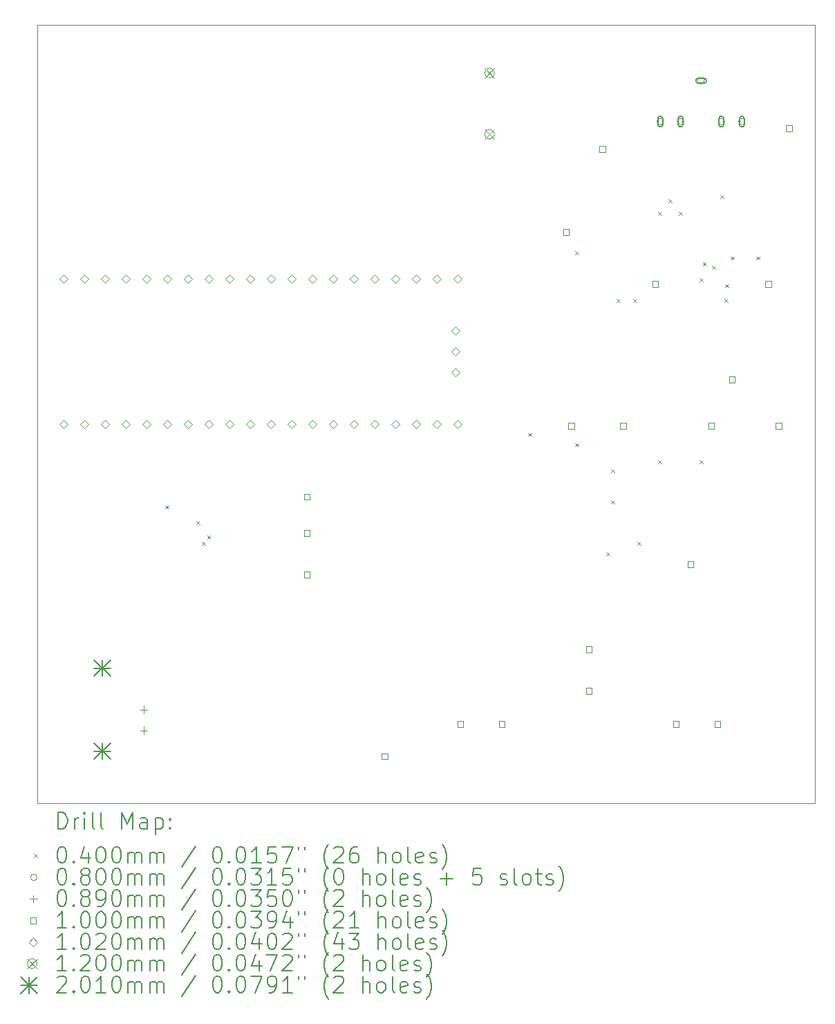
<source format=gbr>
%FSLAX45Y45*%
G04 Gerber Fmt 4.5, Leading zero omitted, Abs format (unit mm)*
G04 Created by KiCad (PCBNEW (6.0.4-0)) date 2022-04-29 09:39:13*
%MOMM*%
%LPD*%
G01*
G04 APERTURE LIST*
%TA.AperFunction,Profile*%
%ADD10C,0.100000*%
%TD*%
%ADD11C,0.200000*%
%ADD12C,0.040000*%
%ADD13C,0.080000*%
%ADD14C,0.089000*%
%ADD15C,0.100000*%
%ADD16C,0.102000*%
%ADD17C,0.120000*%
%ADD18C,0.201000*%
G04 APERTURE END LIST*
D10*
X14605000Y-4445000D02*
X14605000Y-13970000D01*
X5080000Y-13970000D02*
X5080000Y-4445000D01*
X5080000Y-4445000D02*
X14605000Y-4445000D01*
X14605000Y-13970000D02*
X5080000Y-13970000D01*
D11*
D12*
X6647500Y-10330500D02*
X6687500Y-10370500D01*
X6687500Y-10330500D02*
X6647500Y-10370500D01*
X7028500Y-10521000D02*
X7068500Y-10561000D01*
X7068500Y-10521000D02*
X7028500Y-10561000D01*
X7092000Y-10775000D02*
X7132000Y-10815000D01*
X7132000Y-10775000D02*
X7092000Y-10815000D01*
X7157880Y-10699834D02*
X7197880Y-10739834D01*
X7197880Y-10699834D02*
X7157880Y-10739834D01*
X11092500Y-9441500D02*
X11132500Y-9481500D01*
X11132500Y-9441500D02*
X11092500Y-9481500D01*
X11664000Y-7219000D02*
X11704000Y-7259000D01*
X11704000Y-7219000D02*
X11664000Y-7259000D01*
X11664000Y-9568500D02*
X11704000Y-9608500D01*
X11704000Y-9568500D02*
X11664000Y-9608500D01*
X12045000Y-10902000D02*
X12085000Y-10942000D01*
X12085000Y-10902000D02*
X12045000Y-10942000D01*
X12108500Y-9886000D02*
X12148500Y-9926000D01*
X12148500Y-9886000D02*
X12108500Y-9926000D01*
X12108500Y-10267000D02*
X12148500Y-10307000D01*
X12148500Y-10267000D02*
X12108500Y-10307000D01*
X12172000Y-7803200D02*
X12212000Y-7843200D01*
X12212000Y-7803200D02*
X12172000Y-7843200D01*
X12375200Y-7803200D02*
X12415200Y-7843200D01*
X12415200Y-7803200D02*
X12375200Y-7843200D01*
X12426000Y-10775000D02*
X12466000Y-10815000D01*
X12466000Y-10775000D02*
X12426000Y-10815000D01*
X12680000Y-6738402D02*
X12720000Y-6778402D01*
X12720000Y-6738402D02*
X12680000Y-6778402D01*
X12680000Y-9777750D02*
X12720000Y-9817750D01*
X12720000Y-9777750D02*
X12680000Y-9817750D01*
X12807000Y-6584000D02*
X12847000Y-6624000D01*
X12847000Y-6584000D02*
X12807000Y-6624000D01*
X12934000Y-6738402D02*
X12974000Y-6778402D01*
X12974000Y-6738402D02*
X12934000Y-6778402D01*
X13188000Y-7549200D02*
X13228000Y-7589200D01*
X13228000Y-7549200D02*
X13188000Y-7589200D01*
X13188000Y-9777750D02*
X13228000Y-9817750D01*
X13228000Y-9777750D02*
X13188000Y-9817750D01*
X13229533Y-7355266D02*
X13269533Y-7395266D01*
X13269533Y-7355266D02*
X13229533Y-7395266D01*
X13340400Y-7396800D02*
X13380400Y-7436800D01*
X13380400Y-7396800D02*
X13340400Y-7436800D01*
X13442000Y-6533200D02*
X13482000Y-6573200D01*
X13482000Y-6533200D02*
X13442000Y-6573200D01*
X13492800Y-7803200D02*
X13532800Y-7843200D01*
X13532800Y-7803200D02*
X13492800Y-7843200D01*
X13506908Y-7619252D02*
X13546908Y-7659252D01*
X13546908Y-7619252D02*
X13506908Y-7659252D01*
X13569000Y-7282500D02*
X13609000Y-7322500D01*
X13609000Y-7282500D02*
X13569000Y-7322500D01*
X13886500Y-7282500D02*
X13926500Y-7322500D01*
X13926500Y-7282500D02*
X13886500Y-7322500D01*
D13*
X12748000Y-5630800D02*
G75*
G03*
X12748000Y-5630800I-40000J0D01*
G01*
D11*
X12678000Y-5595800D02*
X12678000Y-5665800D01*
X12738000Y-5595800D02*
X12738000Y-5665800D01*
X12678000Y-5665800D02*
G75*
G03*
X12738000Y-5665800I30000J0D01*
G01*
X12738000Y-5595800D02*
G75*
G03*
X12678000Y-5595800I-30000J0D01*
G01*
D13*
X12998000Y-5630800D02*
G75*
G03*
X12998000Y-5630800I-40000J0D01*
G01*
D11*
X12928000Y-5595800D02*
X12928000Y-5665800D01*
X12988000Y-5595800D02*
X12988000Y-5665800D01*
X12928000Y-5665800D02*
G75*
G03*
X12988000Y-5665800I30000J0D01*
G01*
X12988000Y-5595800D02*
G75*
G03*
X12928000Y-5595800I-30000J0D01*
G01*
D13*
X13248000Y-5130800D02*
G75*
G03*
X13248000Y-5130800I-40000J0D01*
G01*
D11*
X13243000Y-5100800D02*
X13173000Y-5100800D01*
X13243000Y-5160800D02*
X13173000Y-5160800D01*
X13173000Y-5100800D02*
G75*
G03*
X13173000Y-5160800I0J-30000D01*
G01*
X13243000Y-5160800D02*
G75*
G03*
X13243000Y-5100800I0J30000D01*
G01*
D13*
X13498000Y-5630800D02*
G75*
G03*
X13498000Y-5630800I-40000J0D01*
G01*
D11*
X13428000Y-5595800D02*
X13428000Y-5665800D01*
X13488000Y-5595800D02*
X13488000Y-5665800D01*
X13428000Y-5665800D02*
G75*
G03*
X13488000Y-5665800I30000J0D01*
G01*
X13488000Y-5595800D02*
G75*
G03*
X13428000Y-5595800I-30000J0D01*
G01*
D13*
X13748000Y-5630800D02*
G75*
G03*
X13748000Y-5630800I-40000J0D01*
G01*
D11*
X13678000Y-5595800D02*
X13678000Y-5665800D01*
X13738000Y-5595800D02*
X13738000Y-5665800D01*
X13678000Y-5665800D02*
G75*
G03*
X13738000Y-5665800I30000J0D01*
G01*
X13738000Y-5595800D02*
G75*
G03*
X13678000Y-5595800I-30000J0D01*
G01*
D14*
X6381000Y-12782500D02*
X6381000Y-12871500D01*
X6336500Y-12827000D02*
X6425500Y-12827000D01*
X6381000Y-13036500D02*
X6381000Y-13125500D01*
X6336500Y-13081000D02*
X6425500Y-13081000D01*
D15*
X8417356Y-10258856D02*
X8417356Y-10188144D01*
X8346644Y-10188144D01*
X8346644Y-10258856D01*
X8417356Y-10258856D01*
X8417356Y-10703356D02*
X8417356Y-10632644D01*
X8346644Y-10632644D01*
X8346644Y-10703356D01*
X8417356Y-10703356D01*
X8417356Y-11211356D02*
X8417356Y-11140644D01*
X8346644Y-11140644D01*
X8346644Y-11211356D01*
X8417356Y-11211356D01*
X9369856Y-13433856D02*
X9369856Y-13363144D01*
X9299144Y-13363144D01*
X9299144Y-13433856D01*
X9369856Y-13433856D01*
X10296956Y-13040156D02*
X10296956Y-12969444D01*
X10226244Y-12969444D01*
X10226244Y-13040156D01*
X10296956Y-13040156D01*
X10804956Y-13040156D02*
X10804956Y-12969444D01*
X10734244Y-12969444D01*
X10734244Y-13040156D01*
X10804956Y-13040156D01*
X11592356Y-7020356D02*
X11592356Y-6949644D01*
X11521644Y-6949644D01*
X11521644Y-7020356D01*
X11592356Y-7020356D01*
X11655856Y-9388606D02*
X11655856Y-9317894D01*
X11585144Y-9317894D01*
X11585144Y-9388606D01*
X11655856Y-9388606D01*
X11871756Y-12125756D02*
X11871756Y-12055044D01*
X11801044Y-12055044D01*
X11801044Y-12125756D01*
X11871756Y-12125756D01*
X11871756Y-12633756D02*
X11871756Y-12563044D01*
X11801044Y-12563044D01*
X11801044Y-12633756D01*
X11871756Y-12633756D01*
X12036856Y-6004356D02*
X12036856Y-5933644D01*
X11966144Y-5933644D01*
X11966144Y-6004356D01*
X12036856Y-6004356D01*
X12290856Y-9388606D02*
X12290856Y-9317894D01*
X12220144Y-9317894D01*
X12220144Y-9388606D01*
X12290856Y-9388606D01*
X12684556Y-7655356D02*
X12684556Y-7584644D01*
X12613844Y-7584644D01*
X12613844Y-7655356D01*
X12684556Y-7655356D01*
X12938556Y-13040156D02*
X12938556Y-12969444D01*
X12867844Y-12969444D01*
X12867844Y-13040156D01*
X12938556Y-13040156D01*
X13116356Y-11084356D02*
X13116356Y-11013644D01*
X13045644Y-11013644D01*
X13045644Y-11084356D01*
X13116356Y-11084356D01*
X13370356Y-9388606D02*
X13370356Y-9317894D01*
X13299644Y-9317894D01*
X13299644Y-9388606D01*
X13370356Y-9388606D01*
X13446556Y-13040156D02*
X13446556Y-12969444D01*
X13375844Y-12969444D01*
X13375844Y-13040156D01*
X13446556Y-13040156D01*
X13624356Y-8823756D02*
X13624356Y-8753044D01*
X13553644Y-8753044D01*
X13553644Y-8823756D01*
X13624356Y-8823756D01*
X14068856Y-7655356D02*
X14068856Y-7584644D01*
X13998144Y-7584644D01*
X13998144Y-7655356D01*
X14068856Y-7655356D01*
X14195856Y-9388606D02*
X14195856Y-9317894D01*
X14125144Y-9317894D01*
X14125144Y-9388606D01*
X14195856Y-9388606D01*
X14322856Y-5750356D02*
X14322856Y-5679644D01*
X14252144Y-5679644D01*
X14252144Y-5750356D01*
X14322856Y-5750356D01*
D16*
X5397500Y-7607500D02*
X5448500Y-7556500D01*
X5397500Y-7505500D01*
X5346500Y-7556500D01*
X5397500Y-7607500D01*
X5397500Y-9385500D02*
X5448500Y-9334500D01*
X5397500Y-9283500D01*
X5346500Y-9334500D01*
X5397500Y-9385500D01*
X5651500Y-7607500D02*
X5702500Y-7556500D01*
X5651500Y-7505500D01*
X5600500Y-7556500D01*
X5651500Y-7607500D01*
X5651500Y-9385500D02*
X5702500Y-9334500D01*
X5651500Y-9283500D01*
X5600500Y-9334500D01*
X5651500Y-9385500D01*
X5905500Y-7607500D02*
X5956500Y-7556500D01*
X5905500Y-7505500D01*
X5854500Y-7556500D01*
X5905500Y-7607500D01*
X5905500Y-9385500D02*
X5956500Y-9334500D01*
X5905500Y-9283500D01*
X5854500Y-9334500D01*
X5905500Y-9385500D01*
X6159500Y-7607500D02*
X6210500Y-7556500D01*
X6159500Y-7505500D01*
X6108500Y-7556500D01*
X6159500Y-7607500D01*
X6159500Y-9385500D02*
X6210500Y-9334500D01*
X6159500Y-9283500D01*
X6108500Y-9334500D01*
X6159500Y-9385500D01*
X6413500Y-7607500D02*
X6464500Y-7556500D01*
X6413500Y-7505500D01*
X6362500Y-7556500D01*
X6413500Y-7607500D01*
X6413500Y-9385500D02*
X6464500Y-9334500D01*
X6413500Y-9283500D01*
X6362500Y-9334500D01*
X6413500Y-9385500D01*
X6667500Y-7607500D02*
X6718500Y-7556500D01*
X6667500Y-7505500D01*
X6616500Y-7556500D01*
X6667500Y-7607500D01*
X6667500Y-9385500D02*
X6718500Y-9334500D01*
X6667500Y-9283500D01*
X6616500Y-9334500D01*
X6667500Y-9385500D01*
X6921500Y-7607500D02*
X6972500Y-7556500D01*
X6921500Y-7505500D01*
X6870500Y-7556500D01*
X6921500Y-7607500D01*
X6921500Y-9385500D02*
X6972500Y-9334500D01*
X6921500Y-9283500D01*
X6870500Y-9334500D01*
X6921500Y-9385500D01*
X7175500Y-7607500D02*
X7226500Y-7556500D01*
X7175500Y-7505500D01*
X7124500Y-7556500D01*
X7175500Y-7607500D01*
X7175500Y-9385500D02*
X7226500Y-9334500D01*
X7175500Y-9283500D01*
X7124500Y-9334500D01*
X7175500Y-9385500D01*
X7429500Y-7607500D02*
X7480500Y-7556500D01*
X7429500Y-7505500D01*
X7378500Y-7556500D01*
X7429500Y-7607500D01*
X7429500Y-9385500D02*
X7480500Y-9334500D01*
X7429500Y-9283500D01*
X7378500Y-9334500D01*
X7429500Y-9385500D01*
X7683500Y-7607500D02*
X7734500Y-7556500D01*
X7683500Y-7505500D01*
X7632500Y-7556500D01*
X7683500Y-7607500D01*
X7683500Y-9385500D02*
X7734500Y-9334500D01*
X7683500Y-9283500D01*
X7632500Y-9334500D01*
X7683500Y-9385500D01*
X7937500Y-7607500D02*
X7988500Y-7556500D01*
X7937500Y-7505500D01*
X7886500Y-7556500D01*
X7937500Y-7607500D01*
X7937500Y-9385500D02*
X7988500Y-9334500D01*
X7937500Y-9283500D01*
X7886500Y-9334500D01*
X7937500Y-9385500D01*
X8191500Y-7607500D02*
X8242500Y-7556500D01*
X8191500Y-7505500D01*
X8140500Y-7556500D01*
X8191500Y-7607500D01*
X8191500Y-9385500D02*
X8242500Y-9334500D01*
X8191500Y-9283500D01*
X8140500Y-9334500D01*
X8191500Y-9385500D01*
X8445500Y-7607500D02*
X8496500Y-7556500D01*
X8445500Y-7505500D01*
X8394500Y-7556500D01*
X8445500Y-7607500D01*
X8445500Y-9385500D02*
X8496500Y-9334500D01*
X8445500Y-9283500D01*
X8394500Y-9334500D01*
X8445500Y-9385500D01*
X8699500Y-7607500D02*
X8750500Y-7556500D01*
X8699500Y-7505500D01*
X8648500Y-7556500D01*
X8699500Y-7607500D01*
X8699500Y-9385500D02*
X8750500Y-9334500D01*
X8699500Y-9283500D01*
X8648500Y-9334500D01*
X8699500Y-9385500D01*
X8953500Y-7607500D02*
X9004500Y-7556500D01*
X8953500Y-7505500D01*
X8902500Y-7556500D01*
X8953500Y-7607500D01*
X8953500Y-9385500D02*
X9004500Y-9334500D01*
X8953500Y-9283500D01*
X8902500Y-9334500D01*
X8953500Y-9385500D01*
X9207500Y-7607500D02*
X9258500Y-7556500D01*
X9207500Y-7505500D01*
X9156500Y-7556500D01*
X9207500Y-7607500D01*
X9207500Y-9385500D02*
X9258500Y-9334500D01*
X9207500Y-9283500D01*
X9156500Y-9334500D01*
X9207500Y-9385500D01*
X9461500Y-7607500D02*
X9512500Y-7556500D01*
X9461500Y-7505500D01*
X9410500Y-7556500D01*
X9461500Y-7607500D01*
X9461500Y-9385500D02*
X9512500Y-9334500D01*
X9461500Y-9283500D01*
X9410500Y-9334500D01*
X9461500Y-9385500D01*
X9715500Y-7607500D02*
X9766500Y-7556500D01*
X9715500Y-7505500D01*
X9664500Y-7556500D01*
X9715500Y-7607500D01*
X9715500Y-9385500D02*
X9766500Y-9334500D01*
X9715500Y-9283500D01*
X9664500Y-9334500D01*
X9715500Y-9385500D01*
X9969500Y-7607500D02*
X10020500Y-7556500D01*
X9969500Y-7505500D01*
X9918500Y-7556500D01*
X9969500Y-7607500D01*
X9969500Y-9385500D02*
X10020500Y-9334500D01*
X9969500Y-9283500D01*
X9918500Y-9334500D01*
X9969500Y-9385500D01*
X10200500Y-8242500D02*
X10251500Y-8191500D01*
X10200500Y-8140500D01*
X10149500Y-8191500D01*
X10200500Y-8242500D01*
X10200500Y-8496500D02*
X10251500Y-8445500D01*
X10200500Y-8394500D01*
X10149500Y-8445500D01*
X10200500Y-8496500D01*
X10200500Y-8750500D02*
X10251500Y-8699500D01*
X10200500Y-8648500D01*
X10149500Y-8699500D01*
X10200500Y-8750500D01*
X10223500Y-7607500D02*
X10274500Y-7556500D01*
X10223500Y-7505500D01*
X10172500Y-7556500D01*
X10223500Y-7607500D01*
X10223500Y-9385500D02*
X10274500Y-9334500D01*
X10223500Y-9283500D01*
X10172500Y-9334500D01*
X10223500Y-9385500D01*
D17*
X10557200Y-4976876D02*
X10677200Y-5096876D01*
X10677200Y-4976876D02*
X10557200Y-5096876D01*
X10677200Y-5036876D02*
G75*
G03*
X10677200Y-5036876I-60000J0D01*
G01*
X10557200Y-5726875D02*
X10677200Y-5846875D01*
X10677200Y-5726875D02*
X10557200Y-5846875D01*
X10677200Y-5786875D02*
G75*
G03*
X10677200Y-5786875I-60000J0D01*
G01*
D18*
X5772500Y-12218500D02*
X5973500Y-12419500D01*
X5973500Y-12218500D02*
X5772500Y-12419500D01*
X5873000Y-12218500D02*
X5873000Y-12419500D01*
X5772500Y-12319000D02*
X5973500Y-12319000D01*
X5772500Y-13234500D02*
X5973500Y-13435500D01*
X5973500Y-13234500D02*
X5772500Y-13435500D01*
X5873000Y-13234500D02*
X5873000Y-13435500D01*
X5772500Y-13335000D02*
X5973500Y-13335000D01*
D11*
X5332619Y-14285476D02*
X5332619Y-14085476D01*
X5380238Y-14085476D01*
X5408810Y-14095000D01*
X5427857Y-14114048D01*
X5437381Y-14133095D01*
X5446905Y-14171190D01*
X5446905Y-14199762D01*
X5437381Y-14237857D01*
X5427857Y-14256905D01*
X5408810Y-14275952D01*
X5380238Y-14285476D01*
X5332619Y-14285476D01*
X5532619Y-14285476D02*
X5532619Y-14152143D01*
X5532619Y-14190238D02*
X5542143Y-14171190D01*
X5551667Y-14161667D01*
X5570714Y-14152143D01*
X5589762Y-14152143D01*
X5656428Y-14285476D02*
X5656428Y-14152143D01*
X5656428Y-14085476D02*
X5646905Y-14095000D01*
X5656428Y-14104524D01*
X5665952Y-14095000D01*
X5656428Y-14085476D01*
X5656428Y-14104524D01*
X5780238Y-14285476D02*
X5761190Y-14275952D01*
X5751667Y-14256905D01*
X5751667Y-14085476D01*
X5885000Y-14285476D02*
X5865952Y-14275952D01*
X5856428Y-14256905D01*
X5856428Y-14085476D01*
X6113571Y-14285476D02*
X6113571Y-14085476D01*
X6180238Y-14228333D01*
X6246905Y-14085476D01*
X6246905Y-14285476D01*
X6427857Y-14285476D02*
X6427857Y-14180714D01*
X6418333Y-14161667D01*
X6399286Y-14152143D01*
X6361190Y-14152143D01*
X6342143Y-14161667D01*
X6427857Y-14275952D02*
X6408809Y-14285476D01*
X6361190Y-14285476D01*
X6342143Y-14275952D01*
X6332619Y-14256905D01*
X6332619Y-14237857D01*
X6342143Y-14218809D01*
X6361190Y-14209286D01*
X6408809Y-14209286D01*
X6427857Y-14199762D01*
X6523095Y-14152143D02*
X6523095Y-14352143D01*
X6523095Y-14161667D02*
X6542143Y-14152143D01*
X6580238Y-14152143D01*
X6599286Y-14161667D01*
X6608809Y-14171190D01*
X6618333Y-14190238D01*
X6618333Y-14247381D01*
X6608809Y-14266428D01*
X6599286Y-14275952D01*
X6580238Y-14285476D01*
X6542143Y-14285476D01*
X6523095Y-14275952D01*
X6704048Y-14266428D02*
X6713571Y-14275952D01*
X6704048Y-14285476D01*
X6694524Y-14275952D01*
X6704048Y-14266428D01*
X6704048Y-14285476D01*
X6704048Y-14161667D02*
X6713571Y-14171190D01*
X6704048Y-14180714D01*
X6694524Y-14171190D01*
X6704048Y-14161667D01*
X6704048Y-14180714D01*
D12*
X5035000Y-14595000D02*
X5075000Y-14635000D01*
X5075000Y-14595000D02*
X5035000Y-14635000D01*
D11*
X5370714Y-14505476D02*
X5389762Y-14505476D01*
X5408810Y-14515000D01*
X5418333Y-14524524D01*
X5427857Y-14543571D01*
X5437381Y-14581667D01*
X5437381Y-14629286D01*
X5427857Y-14667381D01*
X5418333Y-14686428D01*
X5408810Y-14695952D01*
X5389762Y-14705476D01*
X5370714Y-14705476D01*
X5351667Y-14695952D01*
X5342143Y-14686428D01*
X5332619Y-14667381D01*
X5323095Y-14629286D01*
X5323095Y-14581667D01*
X5332619Y-14543571D01*
X5342143Y-14524524D01*
X5351667Y-14515000D01*
X5370714Y-14505476D01*
X5523095Y-14686428D02*
X5532619Y-14695952D01*
X5523095Y-14705476D01*
X5513571Y-14695952D01*
X5523095Y-14686428D01*
X5523095Y-14705476D01*
X5704048Y-14572143D02*
X5704048Y-14705476D01*
X5656428Y-14495952D02*
X5608809Y-14638809D01*
X5732619Y-14638809D01*
X5846905Y-14505476D02*
X5865952Y-14505476D01*
X5885000Y-14515000D01*
X5894524Y-14524524D01*
X5904048Y-14543571D01*
X5913571Y-14581667D01*
X5913571Y-14629286D01*
X5904048Y-14667381D01*
X5894524Y-14686428D01*
X5885000Y-14695952D01*
X5865952Y-14705476D01*
X5846905Y-14705476D01*
X5827857Y-14695952D01*
X5818333Y-14686428D01*
X5808809Y-14667381D01*
X5799286Y-14629286D01*
X5799286Y-14581667D01*
X5808809Y-14543571D01*
X5818333Y-14524524D01*
X5827857Y-14515000D01*
X5846905Y-14505476D01*
X6037381Y-14505476D02*
X6056428Y-14505476D01*
X6075476Y-14515000D01*
X6085000Y-14524524D01*
X6094524Y-14543571D01*
X6104048Y-14581667D01*
X6104048Y-14629286D01*
X6094524Y-14667381D01*
X6085000Y-14686428D01*
X6075476Y-14695952D01*
X6056428Y-14705476D01*
X6037381Y-14705476D01*
X6018333Y-14695952D01*
X6008809Y-14686428D01*
X5999286Y-14667381D01*
X5989762Y-14629286D01*
X5989762Y-14581667D01*
X5999286Y-14543571D01*
X6008809Y-14524524D01*
X6018333Y-14515000D01*
X6037381Y-14505476D01*
X6189762Y-14705476D02*
X6189762Y-14572143D01*
X6189762Y-14591190D02*
X6199286Y-14581667D01*
X6218333Y-14572143D01*
X6246905Y-14572143D01*
X6265952Y-14581667D01*
X6275476Y-14600714D01*
X6275476Y-14705476D01*
X6275476Y-14600714D02*
X6285000Y-14581667D01*
X6304048Y-14572143D01*
X6332619Y-14572143D01*
X6351667Y-14581667D01*
X6361190Y-14600714D01*
X6361190Y-14705476D01*
X6456428Y-14705476D02*
X6456428Y-14572143D01*
X6456428Y-14591190D02*
X6465952Y-14581667D01*
X6485000Y-14572143D01*
X6513571Y-14572143D01*
X6532619Y-14581667D01*
X6542143Y-14600714D01*
X6542143Y-14705476D01*
X6542143Y-14600714D02*
X6551667Y-14581667D01*
X6570714Y-14572143D01*
X6599286Y-14572143D01*
X6618333Y-14581667D01*
X6627857Y-14600714D01*
X6627857Y-14705476D01*
X7018333Y-14495952D02*
X6846905Y-14753095D01*
X7275476Y-14505476D02*
X7294524Y-14505476D01*
X7313571Y-14515000D01*
X7323095Y-14524524D01*
X7332619Y-14543571D01*
X7342143Y-14581667D01*
X7342143Y-14629286D01*
X7332619Y-14667381D01*
X7323095Y-14686428D01*
X7313571Y-14695952D01*
X7294524Y-14705476D01*
X7275476Y-14705476D01*
X7256428Y-14695952D01*
X7246905Y-14686428D01*
X7237381Y-14667381D01*
X7227857Y-14629286D01*
X7227857Y-14581667D01*
X7237381Y-14543571D01*
X7246905Y-14524524D01*
X7256428Y-14515000D01*
X7275476Y-14505476D01*
X7427857Y-14686428D02*
X7437381Y-14695952D01*
X7427857Y-14705476D01*
X7418333Y-14695952D01*
X7427857Y-14686428D01*
X7427857Y-14705476D01*
X7561190Y-14505476D02*
X7580238Y-14505476D01*
X7599286Y-14515000D01*
X7608809Y-14524524D01*
X7618333Y-14543571D01*
X7627857Y-14581667D01*
X7627857Y-14629286D01*
X7618333Y-14667381D01*
X7608809Y-14686428D01*
X7599286Y-14695952D01*
X7580238Y-14705476D01*
X7561190Y-14705476D01*
X7542143Y-14695952D01*
X7532619Y-14686428D01*
X7523095Y-14667381D01*
X7513571Y-14629286D01*
X7513571Y-14581667D01*
X7523095Y-14543571D01*
X7532619Y-14524524D01*
X7542143Y-14515000D01*
X7561190Y-14505476D01*
X7818333Y-14705476D02*
X7704048Y-14705476D01*
X7761190Y-14705476D02*
X7761190Y-14505476D01*
X7742143Y-14534048D01*
X7723095Y-14553095D01*
X7704048Y-14562619D01*
X7999286Y-14505476D02*
X7904048Y-14505476D01*
X7894524Y-14600714D01*
X7904048Y-14591190D01*
X7923095Y-14581667D01*
X7970714Y-14581667D01*
X7989762Y-14591190D01*
X7999286Y-14600714D01*
X8008809Y-14619762D01*
X8008809Y-14667381D01*
X7999286Y-14686428D01*
X7989762Y-14695952D01*
X7970714Y-14705476D01*
X7923095Y-14705476D01*
X7904048Y-14695952D01*
X7894524Y-14686428D01*
X8075476Y-14505476D02*
X8208809Y-14505476D01*
X8123095Y-14705476D01*
X8275476Y-14505476D02*
X8275476Y-14543571D01*
X8351667Y-14505476D02*
X8351667Y-14543571D01*
X8646905Y-14781667D02*
X8637381Y-14772143D01*
X8618333Y-14743571D01*
X8608810Y-14724524D01*
X8599286Y-14695952D01*
X8589762Y-14648333D01*
X8589762Y-14610238D01*
X8599286Y-14562619D01*
X8608810Y-14534048D01*
X8618333Y-14515000D01*
X8637381Y-14486428D01*
X8646905Y-14476905D01*
X8713571Y-14524524D02*
X8723095Y-14515000D01*
X8742143Y-14505476D01*
X8789762Y-14505476D01*
X8808810Y-14515000D01*
X8818333Y-14524524D01*
X8827857Y-14543571D01*
X8827857Y-14562619D01*
X8818333Y-14591190D01*
X8704048Y-14705476D01*
X8827857Y-14705476D01*
X8999286Y-14505476D02*
X8961190Y-14505476D01*
X8942143Y-14515000D01*
X8932619Y-14524524D01*
X8913571Y-14553095D01*
X8904048Y-14591190D01*
X8904048Y-14667381D01*
X8913571Y-14686428D01*
X8923095Y-14695952D01*
X8942143Y-14705476D01*
X8980238Y-14705476D01*
X8999286Y-14695952D01*
X9008810Y-14686428D01*
X9018333Y-14667381D01*
X9018333Y-14619762D01*
X9008810Y-14600714D01*
X8999286Y-14591190D01*
X8980238Y-14581667D01*
X8942143Y-14581667D01*
X8923095Y-14591190D01*
X8913571Y-14600714D01*
X8904048Y-14619762D01*
X9256429Y-14705476D02*
X9256429Y-14505476D01*
X9342143Y-14705476D02*
X9342143Y-14600714D01*
X9332619Y-14581667D01*
X9313571Y-14572143D01*
X9285000Y-14572143D01*
X9265952Y-14581667D01*
X9256429Y-14591190D01*
X9465952Y-14705476D02*
X9446905Y-14695952D01*
X9437381Y-14686428D01*
X9427857Y-14667381D01*
X9427857Y-14610238D01*
X9437381Y-14591190D01*
X9446905Y-14581667D01*
X9465952Y-14572143D01*
X9494524Y-14572143D01*
X9513571Y-14581667D01*
X9523095Y-14591190D01*
X9532619Y-14610238D01*
X9532619Y-14667381D01*
X9523095Y-14686428D01*
X9513571Y-14695952D01*
X9494524Y-14705476D01*
X9465952Y-14705476D01*
X9646905Y-14705476D02*
X9627857Y-14695952D01*
X9618333Y-14676905D01*
X9618333Y-14505476D01*
X9799286Y-14695952D02*
X9780238Y-14705476D01*
X9742143Y-14705476D01*
X9723095Y-14695952D01*
X9713571Y-14676905D01*
X9713571Y-14600714D01*
X9723095Y-14581667D01*
X9742143Y-14572143D01*
X9780238Y-14572143D01*
X9799286Y-14581667D01*
X9808810Y-14600714D01*
X9808810Y-14619762D01*
X9713571Y-14638809D01*
X9885000Y-14695952D02*
X9904048Y-14705476D01*
X9942143Y-14705476D01*
X9961190Y-14695952D01*
X9970714Y-14676905D01*
X9970714Y-14667381D01*
X9961190Y-14648333D01*
X9942143Y-14638809D01*
X9913571Y-14638809D01*
X9894524Y-14629286D01*
X9885000Y-14610238D01*
X9885000Y-14600714D01*
X9894524Y-14581667D01*
X9913571Y-14572143D01*
X9942143Y-14572143D01*
X9961190Y-14581667D01*
X10037381Y-14781667D02*
X10046905Y-14772143D01*
X10065952Y-14743571D01*
X10075476Y-14724524D01*
X10085000Y-14695952D01*
X10094524Y-14648333D01*
X10094524Y-14610238D01*
X10085000Y-14562619D01*
X10075476Y-14534048D01*
X10065952Y-14515000D01*
X10046905Y-14486428D01*
X10037381Y-14476905D01*
D13*
X5075000Y-14879000D02*
G75*
G03*
X5075000Y-14879000I-40000J0D01*
G01*
D11*
X5370714Y-14769476D02*
X5389762Y-14769476D01*
X5408810Y-14779000D01*
X5418333Y-14788524D01*
X5427857Y-14807571D01*
X5437381Y-14845667D01*
X5437381Y-14893286D01*
X5427857Y-14931381D01*
X5418333Y-14950428D01*
X5408810Y-14959952D01*
X5389762Y-14969476D01*
X5370714Y-14969476D01*
X5351667Y-14959952D01*
X5342143Y-14950428D01*
X5332619Y-14931381D01*
X5323095Y-14893286D01*
X5323095Y-14845667D01*
X5332619Y-14807571D01*
X5342143Y-14788524D01*
X5351667Y-14779000D01*
X5370714Y-14769476D01*
X5523095Y-14950428D02*
X5532619Y-14959952D01*
X5523095Y-14969476D01*
X5513571Y-14959952D01*
X5523095Y-14950428D01*
X5523095Y-14969476D01*
X5646905Y-14855190D02*
X5627857Y-14845667D01*
X5618333Y-14836143D01*
X5608809Y-14817095D01*
X5608809Y-14807571D01*
X5618333Y-14788524D01*
X5627857Y-14779000D01*
X5646905Y-14769476D01*
X5685000Y-14769476D01*
X5704048Y-14779000D01*
X5713571Y-14788524D01*
X5723095Y-14807571D01*
X5723095Y-14817095D01*
X5713571Y-14836143D01*
X5704048Y-14845667D01*
X5685000Y-14855190D01*
X5646905Y-14855190D01*
X5627857Y-14864714D01*
X5618333Y-14874238D01*
X5608809Y-14893286D01*
X5608809Y-14931381D01*
X5618333Y-14950428D01*
X5627857Y-14959952D01*
X5646905Y-14969476D01*
X5685000Y-14969476D01*
X5704048Y-14959952D01*
X5713571Y-14950428D01*
X5723095Y-14931381D01*
X5723095Y-14893286D01*
X5713571Y-14874238D01*
X5704048Y-14864714D01*
X5685000Y-14855190D01*
X5846905Y-14769476D02*
X5865952Y-14769476D01*
X5885000Y-14779000D01*
X5894524Y-14788524D01*
X5904048Y-14807571D01*
X5913571Y-14845667D01*
X5913571Y-14893286D01*
X5904048Y-14931381D01*
X5894524Y-14950428D01*
X5885000Y-14959952D01*
X5865952Y-14969476D01*
X5846905Y-14969476D01*
X5827857Y-14959952D01*
X5818333Y-14950428D01*
X5808809Y-14931381D01*
X5799286Y-14893286D01*
X5799286Y-14845667D01*
X5808809Y-14807571D01*
X5818333Y-14788524D01*
X5827857Y-14779000D01*
X5846905Y-14769476D01*
X6037381Y-14769476D02*
X6056428Y-14769476D01*
X6075476Y-14779000D01*
X6085000Y-14788524D01*
X6094524Y-14807571D01*
X6104048Y-14845667D01*
X6104048Y-14893286D01*
X6094524Y-14931381D01*
X6085000Y-14950428D01*
X6075476Y-14959952D01*
X6056428Y-14969476D01*
X6037381Y-14969476D01*
X6018333Y-14959952D01*
X6008809Y-14950428D01*
X5999286Y-14931381D01*
X5989762Y-14893286D01*
X5989762Y-14845667D01*
X5999286Y-14807571D01*
X6008809Y-14788524D01*
X6018333Y-14779000D01*
X6037381Y-14769476D01*
X6189762Y-14969476D02*
X6189762Y-14836143D01*
X6189762Y-14855190D02*
X6199286Y-14845667D01*
X6218333Y-14836143D01*
X6246905Y-14836143D01*
X6265952Y-14845667D01*
X6275476Y-14864714D01*
X6275476Y-14969476D01*
X6275476Y-14864714D02*
X6285000Y-14845667D01*
X6304048Y-14836143D01*
X6332619Y-14836143D01*
X6351667Y-14845667D01*
X6361190Y-14864714D01*
X6361190Y-14969476D01*
X6456428Y-14969476D02*
X6456428Y-14836143D01*
X6456428Y-14855190D02*
X6465952Y-14845667D01*
X6485000Y-14836143D01*
X6513571Y-14836143D01*
X6532619Y-14845667D01*
X6542143Y-14864714D01*
X6542143Y-14969476D01*
X6542143Y-14864714D02*
X6551667Y-14845667D01*
X6570714Y-14836143D01*
X6599286Y-14836143D01*
X6618333Y-14845667D01*
X6627857Y-14864714D01*
X6627857Y-14969476D01*
X7018333Y-14759952D02*
X6846905Y-15017095D01*
X7275476Y-14769476D02*
X7294524Y-14769476D01*
X7313571Y-14779000D01*
X7323095Y-14788524D01*
X7332619Y-14807571D01*
X7342143Y-14845667D01*
X7342143Y-14893286D01*
X7332619Y-14931381D01*
X7323095Y-14950428D01*
X7313571Y-14959952D01*
X7294524Y-14969476D01*
X7275476Y-14969476D01*
X7256428Y-14959952D01*
X7246905Y-14950428D01*
X7237381Y-14931381D01*
X7227857Y-14893286D01*
X7227857Y-14845667D01*
X7237381Y-14807571D01*
X7246905Y-14788524D01*
X7256428Y-14779000D01*
X7275476Y-14769476D01*
X7427857Y-14950428D02*
X7437381Y-14959952D01*
X7427857Y-14969476D01*
X7418333Y-14959952D01*
X7427857Y-14950428D01*
X7427857Y-14969476D01*
X7561190Y-14769476D02*
X7580238Y-14769476D01*
X7599286Y-14779000D01*
X7608809Y-14788524D01*
X7618333Y-14807571D01*
X7627857Y-14845667D01*
X7627857Y-14893286D01*
X7618333Y-14931381D01*
X7608809Y-14950428D01*
X7599286Y-14959952D01*
X7580238Y-14969476D01*
X7561190Y-14969476D01*
X7542143Y-14959952D01*
X7532619Y-14950428D01*
X7523095Y-14931381D01*
X7513571Y-14893286D01*
X7513571Y-14845667D01*
X7523095Y-14807571D01*
X7532619Y-14788524D01*
X7542143Y-14779000D01*
X7561190Y-14769476D01*
X7694524Y-14769476D02*
X7818333Y-14769476D01*
X7751667Y-14845667D01*
X7780238Y-14845667D01*
X7799286Y-14855190D01*
X7808809Y-14864714D01*
X7818333Y-14883762D01*
X7818333Y-14931381D01*
X7808809Y-14950428D01*
X7799286Y-14959952D01*
X7780238Y-14969476D01*
X7723095Y-14969476D01*
X7704048Y-14959952D01*
X7694524Y-14950428D01*
X8008809Y-14969476D02*
X7894524Y-14969476D01*
X7951667Y-14969476D02*
X7951667Y-14769476D01*
X7932619Y-14798048D01*
X7913571Y-14817095D01*
X7894524Y-14826619D01*
X8189762Y-14769476D02*
X8094524Y-14769476D01*
X8085000Y-14864714D01*
X8094524Y-14855190D01*
X8113571Y-14845667D01*
X8161190Y-14845667D01*
X8180238Y-14855190D01*
X8189762Y-14864714D01*
X8199286Y-14883762D01*
X8199286Y-14931381D01*
X8189762Y-14950428D01*
X8180238Y-14959952D01*
X8161190Y-14969476D01*
X8113571Y-14969476D01*
X8094524Y-14959952D01*
X8085000Y-14950428D01*
X8275476Y-14769476D02*
X8275476Y-14807571D01*
X8351667Y-14769476D02*
X8351667Y-14807571D01*
X8646905Y-15045667D02*
X8637381Y-15036143D01*
X8618333Y-15007571D01*
X8608810Y-14988524D01*
X8599286Y-14959952D01*
X8589762Y-14912333D01*
X8589762Y-14874238D01*
X8599286Y-14826619D01*
X8608810Y-14798048D01*
X8618333Y-14779000D01*
X8637381Y-14750428D01*
X8646905Y-14740905D01*
X8761190Y-14769476D02*
X8780238Y-14769476D01*
X8799286Y-14779000D01*
X8808810Y-14788524D01*
X8818333Y-14807571D01*
X8827857Y-14845667D01*
X8827857Y-14893286D01*
X8818333Y-14931381D01*
X8808810Y-14950428D01*
X8799286Y-14959952D01*
X8780238Y-14969476D01*
X8761190Y-14969476D01*
X8742143Y-14959952D01*
X8732619Y-14950428D01*
X8723095Y-14931381D01*
X8713571Y-14893286D01*
X8713571Y-14845667D01*
X8723095Y-14807571D01*
X8732619Y-14788524D01*
X8742143Y-14779000D01*
X8761190Y-14769476D01*
X9065952Y-14969476D02*
X9065952Y-14769476D01*
X9151667Y-14969476D02*
X9151667Y-14864714D01*
X9142143Y-14845667D01*
X9123095Y-14836143D01*
X9094524Y-14836143D01*
X9075476Y-14845667D01*
X9065952Y-14855190D01*
X9275476Y-14969476D02*
X9256429Y-14959952D01*
X9246905Y-14950428D01*
X9237381Y-14931381D01*
X9237381Y-14874238D01*
X9246905Y-14855190D01*
X9256429Y-14845667D01*
X9275476Y-14836143D01*
X9304048Y-14836143D01*
X9323095Y-14845667D01*
X9332619Y-14855190D01*
X9342143Y-14874238D01*
X9342143Y-14931381D01*
X9332619Y-14950428D01*
X9323095Y-14959952D01*
X9304048Y-14969476D01*
X9275476Y-14969476D01*
X9456429Y-14969476D02*
X9437381Y-14959952D01*
X9427857Y-14940905D01*
X9427857Y-14769476D01*
X9608810Y-14959952D02*
X9589762Y-14969476D01*
X9551667Y-14969476D01*
X9532619Y-14959952D01*
X9523095Y-14940905D01*
X9523095Y-14864714D01*
X9532619Y-14845667D01*
X9551667Y-14836143D01*
X9589762Y-14836143D01*
X9608810Y-14845667D01*
X9618333Y-14864714D01*
X9618333Y-14883762D01*
X9523095Y-14902809D01*
X9694524Y-14959952D02*
X9713571Y-14969476D01*
X9751667Y-14969476D01*
X9770714Y-14959952D01*
X9780238Y-14940905D01*
X9780238Y-14931381D01*
X9770714Y-14912333D01*
X9751667Y-14902809D01*
X9723095Y-14902809D01*
X9704048Y-14893286D01*
X9694524Y-14874238D01*
X9694524Y-14864714D01*
X9704048Y-14845667D01*
X9723095Y-14836143D01*
X9751667Y-14836143D01*
X9770714Y-14845667D01*
X10018333Y-14893286D02*
X10170714Y-14893286D01*
X10094524Y-14969476D02*
X10094524Y-14817095D01*
X10513571Y-14769476D02*
X10418333Y-14769476D01*
X10408810Y-14864714D01*
X10418333Y-14855190D01*
X10437381Y-14845667D01*
X10485000Y-14845667D01*
X10504048Y-14855190D01*
X10513571Y-14864714D01*
X10523095Y-14883762D01*
X10523095Y-14931381D01*
X10513571Y-14950428D01*
X10504048Y-14959952D01*
X10485000Y-14969476D01*
X10437381Y-14969476D01*
X10418333Y-14959952D01*
X10408810Y-14950428D01*
X10751667Y-14959952D02*
X10770714Y-14969476D01*
X10808810Y-14969476D01*
X10827857Y-14959952D01*
X10837381Y-14940905D01*
X10837381Y-14931381D01*
X10827857Y-14912333D01*
X10808810Y-14902809D01*
X10780238Y-14902809D01*
X10761190Y-14893286D01*
X10751667Y-14874238D01*
X10751667Y-14864714D01*
X10761190Y-14845667D01*
X10780238Y-14836143D01*
X10808810Y-14836143D01*
X10827857Y-14845667D01*
X10951667Y-14969476D02*
X10932619Y-14959952D01*
X10923095Y-14940905D01*
X10923095Y-14769476D01*
X11056429Y-14969476D02*
X11037381Y-14959952D01*
X11027857Y-14950428D01*
X11018333Y-14931381D01*
X11018333Y-14874238D01*
X11027857Y-14855190D01*
X11037381Y-14845667D01*
X11056429Y-14836143D01*
X11085000Y-14836143D01*
X11104048Y-14845667D01*
X11113571Y-14855190D01*
X11123095Y-14874238D01*
X11123095Y-14931381D01*
X11113571Y-14950428D01*
X11104048Y-14959952D01*
X11085000Y-14969476D01*
X11056429Y-14969476D01*
X11180238Y-14836143D02*
X11256428Y-14836143D01*
X11208809Y-14769476D02*
X11208809Y-14940905D01*
X11218333Y-14959952D01*
X11237381Y-14969476D01*
X11256428Y-14969476D01*
X11313571Y-14959952D02*
X11332619Y-14969476D01*
X11370714Y-14969476D01*
X11389762Y-14959952D01*
X11399286Y-14940905D01*
X11399286Y-14931381D01*
X11389762Y-14912333D01*
X11370714Y-14902809D01*
X11342143Y-14902809D01*
X11323095Y-14893286D01*
X11313571Y-14874238D01*
X11313571Y-14864714D01*
X11323095Y-14845667D01*
X11342143Y-14836143D01*
X11370714Y-14836143D01*
X11389762Y-14845667D01*
X11465952Y-15045667D02*
X11475476Y-15036143D01*
X11494524Y-15007571D01*
X11504048Y-14988524D01*
X11513571Y-14959952D01*
X11523095Y-14912333D01*
X11523095Y-14874238D01*
X11513571Y-14826619D01*
X11504048Y-14798048D01*
X11494524Y-14779000D01*
X11475476Y-14750428D01*
X11465952Y-14740905D01*
D14*
X5030500Y-15098500D02*
X5030500Y-15187500D01*
X4986000Y-15143000D02*
X5075000Y-15143000D01*
D11*
X5370714Y-15033476D02*
X5389762Y-15033476D01*
X5408810Y-15043000D01*
X5418333Y-15052524D01*
X5427857Y-15071571D01*
X5437381Y-15109667D01*
X5437381Y-15157286D01*
X5427857Y-15195381D01*
X5418333Y-15214428D01*
X5408810Y-15223952D01*
X5389762Y-15233476D01*
X5370714Y-15233476D01*
X5351667Y-15223952D01*
X5342143Y-15214428D01*
X5332619Y-15195381D01*
X5323095Y-15157286D01*
X5323095Y-15109667D01*
X5332619Y-15071571D01*
X5342143Y-15052524D01*
X5351667Y-15043000D01*
X5370714Y-15033476D01*
X5523095Y-15214428D02*
X5532619Y-15223952D01*
X5523095Y-15233476D01*
X5513571Y-15223952D01*
X5523095Y-15214428D01*
X5523095Y-15233476D01*
X5646905Y-15119190D02*
X5627857Y-15109667D01*
X5618333Y-15100143D01*
X5608809Y-15081095D01*
X5608809Y-15071571D01*
X5618333Y-15052524D01*
X5627857Y-15043000D01*
X5646905Y-15033476D01*
X5685000Y-15033476D01*
X5704048Y-15043000D01*
X5713571Y-15052524D01*
X5723095Y-15071571D01*
X5723095Y-15081095D01*
X5713571Y-15100143D01*
X5704048Y-15109667D01*
X5685000Y-15119190D01*
X5646905Y-15119190D01*
X5627857Y-15128714D01*
X5618333Y-15138238D01*
X5608809Y-15157286D01*
X5608809Y-15195381D01*
X5618333Y-15214428D01*
X5627857Y-15223952D01*
X5646905Y-15233476D01*
X5685000Y-15233476D01*
X5704048Y-15223952D01*
X5713571Y-15214428D01*
X5723095Y-15195381D01*
X5723095Y-15157286D01*
X5713571Y-15138238D01*
X5704048Y-15128714D01*
X5685000Y-15119190D01*
X5818333Y-15233476D02*
X5856428Y-15233476D01*
X5875476Y-15223952D01*
X5885000Y-15214428D01*
X5904048Y-15185857D01*
X5913571Y-15147762D01*
X5913571Y-15071571D01*
X5904048Y-15052524D01*
X5894524Y-15043000D01*
X5875476Y-15033476D01*
X5837381Y-15033476D01*
X5818333Y-15043000D01*
X5808809Y-15052524D01*
X5799286Y-15071571D01*
X5799286Y-15119190D01*
X5808809Y-15138238D01*
X5818333Y-15147762D01*
X5837381Y-15157286D01*
X5875476Y-15157286D01*
X5894524Y-15147762D01*
X5904048Y-15138238D01*
X5913571Y-15119190D01*
X6037381Y-15033476D02*
X6056428Y-15033476D01*
X6075476Y-15043000D01*
X6085000Y-15052524D01*
X6094524Y-15071571D01*
X6104048Y-15109667D01*
X6104048Y-15157286D01*
X6094524Y-15195381D01*
X6085000Y-15214428D01*
X6075476Y-15223952D01*
X6056428Y-15233476D01*
X6037381Y-15233476D01*
X6018333Y-15223952D01*
X6008809Y-15214428D01*
X5999286Y-15195381D01*
X5989762Y-15157286D01*
X5989762Y-15109667D01*
X5999286Y-15071571D01*
X6008809Y-15052524D01*
X6018333Y-15043000D01*
X6037381Y-15033476D01*
X6189762Y-15233476D02*
X6189762Y-15100143D01*
X6189762Y-15119190D02*
X6199286Y-15109667D01*
X6218333Y-15100143D01*
X6246905Y-15100143D01*
X6265952Y-15109667D01*
X6275476Y-15128714D01*
X6275476Y-15233476D01*
X6275476Y-15128714D02*
X6285000Y-15109667D01*
X6304048Y-15100143D01*
X6332619Y-15100143D01*
X6351667Y-15109667D01*
X6361190Y-15128714D01*
X6361190Y-15233476D01*
X6456428Y-15233476D02*
X6456428Y-15100143D01*
X6456428Y-15119190D02*
X6465952Y-15109667D01*
X6485000Y-15100143D01*
X6513571Y-15100143D01*
X6532619Y-15109667D01*
X6542143Y-15128714D01*
X6542143Y-15233476D01*
X6542143Y-15128714D02*
X6551667Y-15109667D01*
X6570714Y-15100143D01*
X6599286Y-15100143D01*
X6618333Y-15109667D01*
X6627857Y-15128714D01*
X6627857Y-15233476D01*
X7018333Y-15023952D02*
X6846905Y-15281095D01*
X7275476Y-15033476D02*
X7294524Y-15033476D01*
X7313571Y-15043000D01*
X7323095Y-15052524D01*
X7332619Y-15071571D01*
X7342143Y-15109667D01*
X7342143Y-15157286D01*
X7332619Y-15195381D01*
X7323095Y-15214428D01*
X7313571Y-15223952D01*
X7294524Y-15233476D01*
X7275476Y-15233476D01*
X7256428Y-15223952D01*
X7246905Y-15214428D01*
X7237381Y-15195381D01*
X7227857Y-15157286D01*
X7227857Y-15109667D01*
X7237381Y-15071571D01*
X7246905Y-15052524D01*
X7256428Y-15043000D01*
X7275476Y-15033476D01*
X7427857Y-15214428D02*
X7437381Y-15223952D01*
X7427857Y-15233476D01*
X7418333Y-15223952D01*
X7427857Y-15214428D01*
X7427857Y-15233476D01*
X7561190Y-15033476D02*
X7580238Y-15033476D01*
X7599286Y-15043000D01*
X7608809Y-15052524D01*
X7618333Y-15071571D01*
X7627857Y-15109667D01*
X7627857Y-15157286D01*
X7618333Y-15195381D01*
X7608809Y-15214428D01*
X7599286Y-15223952D01*
X7580238Y-15233476D01*
X7561190Y-15233476D01*
X7542143Y-15223952D01*
X7532619Y-15214428D01*
X7523095Y-15195381D01*
X7513571Y-15157286D01*
X7513571Y-15109667D01*
X7523095Y-15071571D01*
X7532619Y-15052524D01*
X7542143Y-15043000D01*
X7561190Y-15033476D01*
X7694524Y-15033476D02*
X7818333Y-15033476D01*
X7751667Y-15109667D01*
X7780238Y-15109667D01*
X7799286Y-15119190D01*
X7808809Y-15128714D01*
X7818333Y-15147762D01*
X7818333Y-15195381D01*
X7808809Y-15214428D01*
X7799286Y-15223952D01*
X7780238Y-15233476D01*
X7723095Y-15233476D01*
X7704048Y-15223952D01*
X7694524Y-15214428D01*
X7999286Y-15033476D02*
X7904048Y-15033476D01*
X7894524Y-15128714D01*
X7904048Y-15119190D01*
X7923095Y-15109667D01*
X7970714Y-15109667D01*
X7989762Y-15119190D01*
X7999286Y-15128714D01*
X8008809Y-15147762D01*
X8008809Y-15195381D01*
X7999286Y-15214428D01*
X7989762Y-15223952D01*
X7970714Y-15233476D01*
X7923095Y-15233476D01*
X7904048Y-15223952D01*
X7894524Y-15214428D01*
X8132619Y-15033476D02*
X8151667Y-15033476D01*
X8170714Y-15043000D01*
X8180238Y-15052524D01*
X8189762Y-15071571D01*
X8199286Y-15109667D01*
X8199286Y-15157286D01*
X8189762Y-15195381D01*
X8180238Y-15214428D01*
X8170714Y-15223952D01*
X8151667Y-15233476D01*
X8132619Y-15233476D01*
X8113571Y-15223952D01*
X8104048Y-15214428D01*
X8094524Y-15195381D01*
X8085000Y-15157286D01*
X8085000Y-15109667D01*
X8094524Y-15071571D01*
X8104048Y-15052524D01*
X8113571Y-15043000D01*
X8132619Y-15033476D01*
X8275476Y-15033476D02*
X8275476Y-15071571D01*
X8351667Y-15033476D02*
X8351667Y-15071571D01*
X8646905Y-15309667D02*
X8637381Y-15300143D01*
X8618333Y-15271571D01*
X8608810Y-15252524D01*
X8599286Y-15223952D01*
X8589762Y-15176333D01*
X8589762Y-15138238D01*
X8599286Y-15090619D01*
X8608810Y-15062048D01*
X8618333Y-15043000D01*
X8637381Y-15014428D01*
X8646905Y-15004905D01*
X8713571Y-15052524D02*
X8723095Y-15043000D01*
X8742143Y-15033476D01*
X8789762Y-15033476D01*
X8808810Y-15043000D01*
X8818333Y-15052524D01*
X8827857Y-15071571D01*
X8827857Y-15090619D01*
X8818333Y-15119190D01*
X8704048Y-15233476D01*
X8827857Y-15233476D01*
X9065952Y-15233476D02*
X9065952Y-15033476D01*
X9151667Y-15233476D02*
X9151667Y-15128714D01*
X9142143Y-15109667D01*
X9123095Y-15100143D01*
X9094524Y-15100143D01*
X9075476Y-15109667D01*
X9065952Y-15119190D01*
X9275476Y-15233476D02*
X9256429Y-15223952D01*
X9246905Y-15214428D01*
X9237381Y-15195381D01*
X9237381Y-15138238D01*
X9246905Y-15119190D01*
X9256429Y-15109667D01*
X9275476Y-15100143D01*
X9304048Y-15100143D01*
X9323095Y-15109667D01*
X9332619Y-15119190D01*
X9342143Y-15138238D01*
X9342143Y-15195381D01*
X9332619Y-15214428D01*
X9323095Y-15223952D01*
X9304048Y-15233476D01*
X9275476Y-15233476D01*
X9456429Y-15233476D02*
X9437381Y-15223952D01*
X9427857Y-15204905D01*
X9427857Y-15033476D01*
X9608810Y-15223952D02*
X9589762Y-15233476D01*
X9551667Y-15233476D01*
X9532619Y-15223952D01*
X9523095Y-15204905D01*
X9523095Y-15128714D01*
X9532619Y-15109667D01*
X9551667Y-15100143D01*
X9589762Y-15100143D01*
X9608810Y-15109667D01*
X9618333Y-15128714D01*
X9618333Y-15147762D01*
X9523095Y-15166809D01*
X9694524Y-15223952D02*
X9713571Y-15233476D01*
X9751667Y-15233476D01*
X9770714Y-15223952D01*
X9780238Y-15204905D01*
X9780238Y-15195381D01*
X9770714Y-15176333D01*
X9751667Y-15166809D01*
X9723095Y-15166809D01*
X9704048Y-15157286D01*
X9694524Y-15138238D01*
X9694524Y-15128714D01*
X9704048Y-15109667D01*
X9723095Y-15100143D01*
X9751667Y-15100143D01*
X9770714Y-15109667D01*
X9846905Y-15309667D02*
X9856429Y-15300143D01*
X9875476Y-15271571D01*
X9885000Y-15252524D01*
X9894524Y-15223952D01*
X9904048Y-15176333D01*
X9904048Y-15138238D01*
X9894524Y-15090619D01*
X9885000Y-15062048D01*
X9875476Y-15043000D01*
X9856429Y-15014428D01*
X9846905Y-15004905D01*
D15*
X5060356Y-15442356D02*
X5060356Y-15371644D01*
X4989644Y-15371644D01*
X4989644Y-15442356D01*
X5060356Y-15442356D01*
D11*
X5437381Y-15497476D02*
X5323095Y-15497476D01*
X5380238Y-15497476D02*
X5380238Y-15297476D01*
X5361190Y-15326048D01*
X5342143Y-15345095D01*
X5323095Y-15354619D01*
X5523095Y-15478428D02*
X5532619Y-15487952D01*
X5523095Y-15497476D01*
X5513571Y-15487952D01*
X5523095Y-15478428D01*
X5523095Y-15497476D01*
X5656428Y-15297476D02*
X5675476Y-15297476D01*
X5694524Y-15307000D01*
X5704048Y-15316524D01*
X5713571Y-15335571D01*
X5723095Y-15373667D01*
X5723095Y-15421286D01*
X5713571Y-15459381D01*
X5704048Y-15478428D01*
X5694524Y-15487952D01*
X5675476Y-15497476D01*
X5656428Y-15497476D01*
X5637381Y-15487952D01*
X5627857Y-15478428D01*
X5618333Y-15459381D01*
X5608809Y-15421286D01*
X5608809Y-15373667D01*
X5618333Y-15335571D01*
X5627857Y-15316524D01*
X5637381Y-15307000D01*
X5656428Y-15297476D01*
X5846905Y-15297476D02*
X5865952Y-15297476D01*
X5885000Y-15307000D01*
X5894524Y-15316524D01*
X5904048Y-15335571D01*
X5913571Y-15373667D01*
X5913571Y-15421286D01*
X5904048Y-15459381D01*
X5894524Y-15478428D01*
X5885000Y-15487952D01*
X5865952Y-15497476D01*
X5846905Y-15497476D01*
X5827857Y-15487952D01*
X5818333Y-15478428D01*
X5808809Y-15459381D01*
X5799286Y-15421286D01*
X5799286Y-15373667D01*
X5808809Y-15335571D01*
X5818333Y-15316524D01*
X5827857Y-15307000D01*
X5846905Y-15297476D01*
X6037381Y-15297476D02*
X6056428Y-15297476D01*
X6075476Y-15307000D01*
X6085000Y-15316524D01*
X6094524Y-15335571D01*
X6104048Y-15373667D01*
X6104048Y-15421286D01*
X6094524Y-15459381D01*
X6085000Y-15478428D01*
X6075476Y-15487952D01*
X6056428Y-15497476D01*
X6037381Y-15497476D01*
X6018333Y-15487952D01*
X6008809Y-15478428D01*
X5999286Y-15459381D01*
X5989762Y-15421286D01*
X5989762Y-15373667D01*
X5999286Y-15335571D01*
X6008809Y-15316524D01*
X6018333Y-15307000D01*
X6037381Y-15297476D01*
X6189762Y-15497476D02*
X6189762Y-15364143D01*
X6189762Y-15383190D02*
X6199286Y-15373667D01*
X6218333Y-15364143D01*
X6246905Y-15364143D01*
X6265952Y-15373667D01*
X6275476Y-15392714D01*
X6275476Y-15497476D01*
X6275476Y-15392714D02*
X6285000Y-15373667D01*
X6304048Y-15364143D01*
X6332619Y-15364143D01*
X6351667Y-15373667D01*
X6361190Y-15392714D01*
X6361190Y-15497476D01*
X6456428Y-15497476D02*
X6456428Y-15364143D01*
X6456428Y-15383190D02*
X6465952Y-15373667D01*
X6485000Y-15364143D01*
X6513571Y-15364143D01*
X6532619Y-15373667D01*
X6542143Y-15392714D01*
X6542143Y-15497476D01*
X6542143Y-15392714D02*
X6551667Y-15373667D01*
X6570714Y-15364143D01*
X6599286Y-15364143D01*
X6618333Y-15373667D01*
X6627857Y-15392714D01*
X6627857Y-15497476D01*
X7018333Y-15287952D02*
X6846905Y-15545095D01*
X7275476Y-15297476D02*
X7294524Y-15297476D01*
X7313571Y-15307000D01*
X7323095Y-15316524D01*
X7332619Y-15335571D01*
X7342143Y-15373667D01*
X7342143Y-15421286D01*
X7332619Y-15459381D01*
X7323095Y-15478428D01*
X7313571Y-15487952D01*
X7294524Y-15497476D01*
X7275476Y-15497476D01*
X7256428Y-15487952D01*
X7246905Y-15478428D01*
X7237381Y-15459381D01*
X7227857Y-15421286D01*
X7227857Y-15373667D01*
X7237381Y-15335571D01*
X7246905Y-15316524D01*
X7256428Y-15307000D01*
X7275476Y-15297476D01*
X7427857Y-15478428D02*
X7437381Y-15487952D01*
X7427857Y-15497476D01*
X7418333Y-15487952D01*
X7427857Y-15478428D01*
X7427857Y-15497476D01*
X7561190Y-15297476D02*
X7580238Y-15297476D01*
X7599286Y-15307000D01*
X7608809Y-15316524D01*
X7618333Y-15335571D01*
X7627857Y-15373667D01*
X7627857Y-15421286D01*
X7618333Y-15459381D01*
X7608809Y-15478428D01*
X7599286Y-15487952D01*
X7580238Y-15497476D01*
X7561190Y-15497476D01*
X7542143Y-15487952D01*
X7532619Y-15478428D01*
X7523095Y-15459381D01*
X7513571Y-15421286D01*
X7513571Y-15373667D01*
X7523095Y-15335571D01*
X7532619Y-15316524D01*
X7542143Y-15307000D01*
X7561190Y-15297476D01*
X7694524Y-15297476D02*
X7818333Y-15297476D01*
X7751667Y-15373667D01*
X7780238Y-15373667D01*
X7799286Y-15383190D01*
X7808809Y-15392714D01*
X7818333Y-15411762D01*
X7818333Y-15459381D01*
X7808809Y-15478428D01*
X7799286Y-15487952D01*
X7780238Y-15497476D01*
X7723095Y-15497476D01*
X7704048Y-15487952D01*
X7694524Y-15478428D01*
X7913571Y-15497476D02*
X7951667Y-15497476D01*
X7970714Y-15487952D01*
X7980238Y-15478428D01*
X7999286Y-15449857D01*
X8008809Y-15411762D01*
X8008809Y-15335571D01*
X7999286Y-15316524D01*
X7989762Y-15307000D01*
X7970714Y-15297476D01*
X7932619Y-15297476D01*
X7913571Y-15307000D01*
X7904048Y-15316524D01*
X7894524Y-15335571D01*
X7894524Y-15383190D01*
X7904048Y-15402238D01*
X7913571Y-15411762D01*
X7932619Y-15421286D01*
X7970714Y-15421286D01*
X7989762Y-15411762D01*
X7999286Y-15402238D01*
X8008809Y-15383190D01*
X8180238Y-15364143D02*
X8180238Y-15497476D01*
X8132619Y-15287952D02*
X8085000Y-15430809D01*
X8208809Y-15430809D01*
X8275476Y-15297476D02*
X8275476Y-15335571D01*
X8351667Y-15297476D02*
X8351667Y-15335571D01*
X8646905Y-15573667D02*
X8637381Y-15564143D01*
X8618333Y-15535571D01*
X8608810Y-15516524D01*
X8599286Y-15487952D01*
X8589762Y-15440333D01*
X8589762Y-15402238D01*
X8599286Y-15354619D01*
X8608810Y-15326048D01*
X8618333Y-15307000D01*
X8637381Y-15278428D01*
X8646905Y-15268905D01*
X8713571Y-15316524D02*
X8723095Y-15307000D01*
X8742143Y-15297476D01*
X8789762Y-15297476D01*
X8808810Y-15307000D01*
X8818333Y-15316524D01*
X8827857Y-15335571D01*
X8827857Y-15354619D01*
X8818333Y-15383190D01*
X8704048Y-15497476D01*
X8827857Y-15497476D01*
X9018333Y-15497476D02*
X8904048Y-15497476D01*
X8961190Y-15497476D02*
X8961190Y-15297476D01*
X8942143Y-15326048D01*
X8923095Y-15345095D01*
X8904048Y-15354619D01*
X9256429Y-15497476D02*
X9256429Y-15297476D01*
X9342143Y-15497476D02*
X9342143Y-15392714D01*
X9332619Y-15373667D01*
X9313571Y-15364143D01*
X9285000Y-15364143D01*
X9265952Y-15373667D01*
X9256429Y-15383190D01*
X9465952Y-15497476D02*
X9446905Y-15487952D01*
X9437381Y-15478428D01*
X9427857Y-15459381D01*
X9427857Y-15402238D01*
X9437381Y-15383190D01*
X9446905Y-15373667D01*
X9465952Y-15364143D01*
X9494524Y-15364143D01*
X9513571Y-15373667D01*
X9523095Y-15383190D01*
X9532619Y-15402238D01*
X9532619Y-15459381D01*
X9523095Y-15478428D01*
X9513571Y-15487952D01*
X9494524Y-15497476D01*
X9465952Y-15497476D01*
X9646905Y-15497476D02*
X9627857Y-15487952D01*
X9618333Y-15468905D01*
X9618333Y-15297476D01*
X9799286Y-15487952D02*
X9780238Y-15497476D01*
X9742143Y-15497476D01*
X9723095Y-15487952D01*
X9713571Y-15468905D01*
X9713571Y-15392714D01*
X9723095Y-15373667D01*
X9742143Y-15364143D01*
X9780238Y-15364143D01*
X9799286Y-15373667D01*
X9808810Y-15392714D01*
X9808810Y-15411762D01*
X9713571Y-15430809D01*
X9885000Y-15487952D02*
X9904048Y-15497476D01*
X9942143Y-15497476D01*
X9961190Y-15487952D01*
X9970714Y-15468905D01*
X9970714Y-15459381D01*
X9961190Y-15440333D01*
X9942143Y-15430809D01*
X9913571Y-15430809D01*
X9894524Y-15421286D01*
X9885000Y-15402238D01*
X9885000Y-15392714D01*
X9894524Y-15373667D01*
X9913571Y-15364143D01*
X9942143Y-15364143D01*
X9961190Y-15373667D01*
X10037381Y-15573667D02*
X10046905Y-15564143D01*
X10065952Y-15535571D01*
X10075476Y-15516524D01*
X10085000Y-15487952D01*
X10094524Y-15440333D01*
X10094524Y-15402238D01*
X10085000Y-15354619D01*
X10075476Y-15326048D01*
X10065952Y-15307000D01*
X10046905Y-15278428D01*
X10037381Y-15268905D01*
D16*
X5024000Y-15722000D02*
X5075000Y-15671000D01*
X5024000Y-15620000D01*
X4973000Y-15671000D01*
X5024000Y-15722000D01*
D11*
X5437381Y-15761476D02*
X5323095Y-15761476D01*
X5380238Y-15761476D02*
X5380238Y-15561476D01*
X5361190Y-15590048D01*
X5342143Y-15609095D01*
X5323095Y-15618619D01*
X5523095Y-15742428D02*
X5532619Y-15751952D01*
X5523095Y-15761476D01*
X5513571Y-15751952D01*
X5523095Y-15742428D01*
X5523095Y-15761476D01*
X5656428Y-15561476D02*
X5675476Y-15561476D01*
X5694524Y-15571000D01*
X5704048Y-15580524D01*
X5713571Y-15599571D01*
X5723095Y-15637667D01*
X5723095Y-15685286D01*
X5713571Y-15723381D01*
X5704048Y-15742428D01*
X5694524Y-15751952D01*
X5675476Y-15761476D01*
X5656428Y-15761476D01*
X5637381Y-15751952D01*
X5627857Y-15742428D01*
X5618333Y-15723381D01*
X5608809Y-15685286D01*
X5608809Y-15637667D01*
X5618333Y-15599571D01*
X5627857Y-15580524D01*
X5637381Y-15571000D01*
X5656428Y-15561476D01*
X5799286Y-15580524D02*
X5808809Y-15571000D01*
X5827857Y-15561476D01*
X5875476Y-15561476D01*
X5894524Y-15571000D01*
X5904048Y-15580524D01*
X5913571Y-15599571D01*
X5913571Y-15618619D01*
X5904048Y-15647190D01*
X5789762Y-15761476D01*
X5913571Y-15761476D01*
X6037381Y-15561476D02*
X6056428Y-15561476D01*
X6075476Y-15571000D01*
X6085000Y-15580524D01*
X6094524Y-15599571D01*
X6104048Y-15637667D01*
X6104048Y-15685286D01*
X6094524Y-15723381D01*
X6085000Y-15742428D01*
X6075476Y-15751952D01*
X6056428Y-15761476D01*
X6037381Y-15761476D01*
X6018333Y-15751952D01*
X6008809Y-15742428D01*
X5999286Y-15723381D01*
X5989762Y-15685286D01*
X5989762Y-15637667D01*
X5999286Y-15599571D01*
X6008809Y-15580524D01*
X6018333Y-15571000D01*
X6037381Y-15561476D01*
X6189762Y-15761476D02*
X6189762Y-15628143D01*
X6189762Y-15647190D02*
X6199286Y-15637667D01*
X6218333Y-15628143D01*
X6246905Y-15628143D01*
X6265952Y-15637667D01*
X6275476Y-15656714D01*
X6275476Y-15761476D01*
X6275476Y-15656714D02*
X6285000Y-15637667D01*
X6304048Y-15628143D01*
X6332619Y-15628143D01*
X6351667Y-15637667D01*
X6361190Y-15656714D01*
X6361190Y-15761476D01*
X6456428Y-15761476D02*
X6456428Y-15628143D01*
X6456428Y-15647190D02*
X6465952Y-15637667D01*
X6485000Y-15628143D01*
X6513571Y-15628143D01*
X6532619Y-15637667D01*
X6542143Y-15656714D01*
X6542143Y-15761476D01*
X6542143Y-15656714D02*
X6551667Y-15637667D01*
X6570714Y-15628143D01*
X6599286Y-15628143D01*
X6618333Y-15637667D01*
X6627857Y-15656714D01*
X6627857Y-15761476D01*
X7018333Y-15551952D02*
X6846905Y-15809095D01*
X7275476Y-15561476D02*
X7294524Y-15561476D01*
X7313571Y-15571000D01*
X7323095Y-15580524D01*
X7332619Y-15599571D01*
X7342143Y-15637667D01*
X7342143Y-15685286D01*
X7332619Y-15723381D01*
X7323095Y-15742428D01*
X7313571Y-15751952D01*
X7294524Y-15761476D01*
X7275476Y-15761476D01*
X7256428Y-15751952D01*
X7246905Y-15742428D01*
X7237381Y-15723381D01*
X7227857Y-15685286D01*
X7227857Y-15637667D01*
X7237381Y-15599571D01*
X7246905Y-15580524D01*
X7256428Y-15571000D01*
X7275476Y-15561476D01*
X7427857Y-15742428D02*
X7437381Y-15751952D01*
X7427857Y-15761476D01*
X7418333Y-15751952D01*
X7427857Y-15742428D01*
X7427857Y-15761476D01*
X7561190Y-15561476D02*
X7580238Y-15561476D01*
X7599286Y-15571000D01*
X7608809Y-15580524D01*
X7618333Y-15599571D01*
X7627857Y-15637667D01*
X7627857Y-15685286D01*
X7618333Y-15723381D01*
X7608809Y-15742428D01*
X7599286Y-15751952D01*
X7580238Y-15761476D01*
X7561190Y-15761476D01*
X7542143Y-15751952D01*
X7532619Y-15742428D01*
X7523095Y-15723381D01*
X7513571Y-15685286D01*
X7513571Y-15637667D01*
X7523095Y-15599571D01*
X7532619Y-15580524D01*
X7542143Y-15571000D01*
X7561190Y-15561476D01*
X7799286Y-15628143D02*
X7799286Y-15761476D01*
X7751667Y-15551952D02*
X7704048Y-15694809D01*
X7827857Y-15694809D01*
X7942143Y-15561476D02*
X7961190Y-15561476D01*
X7980238Y-15571000D01*
X7989762Y-15580524D01*
X7999286Y-15599571D01*
X8008809Y-15637667D01*
X8008809Y-15685286D01*
X7999286Y-15723381D01*
X7989762Y-15742428D01*
X7980238Y-15751952D01*
X7961190Y-15761476D01*
X7942143Y-15761476D01*
X7923095Y-15751952D01*
X7913571Y-15742428D01*
X7904048Y-15723381D01*
X7894524Y-15685286D01*
X7894524Y-15637667D01*
X7904048Y-15599571D01*
X7913571Y-15580524D01*
X7923095Y-15571000D01*
X7942143Y-15561476D01*
X8085000Y-15580524D02*
X8094524Y-15571000D01*
X8113571Y-15561476D01*
X8161190Y-15561476D01*
X8180238Y-15571000D01*
X8189762Y-15580524D01*
X8199286Y-15599571D01*
X8199286Y-15618619D01*
X8189762Y-15647190D01*
X8075476Y-15761476D01*
X8199286Y-15761476D01*
X8275476Y-15561476D02*
X8275476Y-15599571D01*
X8351667Y-15561476D02*
X8351667Y-15599571D01*
X8646905Y-15837667D02*
X8637381Y-15828143D01*
X8618333Y-15799571D01*
X8608810Y-15780524D01*
X8599286Y-15751952D01*
X8589762Y-15704333D01*
X8589762Y-15666238D01*
X8599286Y-15618619D01*
X8608810Y-15590048D01*
X8618333Y-15571000D01*
X8637381Y-15542428D01*
X8646905Y-15532905D01*
X8808810Y-15628143D02*
X8808810Y-15761476D01*
X8761190Y-15551952D02*
X8713571Y-15694809D01*
X8837381Y-15694809D01*
X8894524Y-15561476D02*
X9018333Y-15561476D01*
X8951667Y-15637667D01*
X8980238Y-15637667D01*
X8999286Y-15647190D01*
X9008810Y-15656714D01*
X9018333Y-15675762D01*
X9018333Y-15723381D01*
X9008810Y-15742428D01*
X8999286Y-15751952D01*
X8980238Y-15761476D01*
X8923095Y-15761476D01*
X8904048Y-15751952D01*
X8894524Y-15742428D01*
X9256429Y-15761476D02*
X9256429Y-15561476D01*
X9342143Y-15761476D02*
X9342143Y-15656714D01*
X9332619Y-15637667D01*
X9313571Y-15628143D01*
X9285000Y-15628143D01*
X9265952Y-15637667D01*
X9256429Y-15647190D01*
X9465952Y-15761476D02*
X9446905Y-15751952D01*
X9437381Y-15742428D01*
X9427857Y-15723381D01*
X9427857Y-15666238D01*
X9437381Y-15647190D01*
X9446905Y-15637667D01*
X9465952Y-15628143D01*
X9494524Y-15628143D01*
X9513571Y-15637667D01*
X9523095Y-15647190D01*
X9532619Y-15666238D01*
X9532619Y-15723381D01*
X9523095Y-15742428D01*
X9513571Y-15751952D01*
X9494524Y-15761476D01*
X9465952Y-15761476D01*
X9646905Y-15761476D02*
X9627857Y-15751952D01*
X9618333Y-15732905D01*
X9618333Y-15561476D01*
X9799286Y-15751952D02*
X9780238Y-15761476D01*
X9742143Y-15761476D01*
X9723095Y-15751952D01*
X9713571Y-15732905D01*
X9713571Y-15656714D01*
X9723095Y-15637667D01*
X9742143Y-15628143D01*
X9780238Y-15628143D01*
X9799286Y-15637667D01*
X9808810Y-15656714D01*
X9808810Y-15675762D01*
X9713571Y-15694809D01*
X9885000Y-15751952D02*
X9904048Y-15761476D01*
X9942143Y-15761476D01*
X9961190Y-15751952D01*
X9970714Y-15732905D01*
X9970714Y-15723381D01*
X9961190Y-15704333D01*
X9942143Y-15694809D01*
X9913571Y-15694809D01*
X9894524Y-15685286D01*
X9885000Y-15666238D01*
X9885000Y-15656714D01*
X9894524Y-15637667D01*
X9913571Y-15628143D01*
X9942143Y-15628143D01*
X9961190Y-15637667D01*
X10037381Y-15837667D02*
X10046905Y-15828143D01*
X10065952Y-15799571D01*
X10075476Y-15780524D01*
X10085000Y-15751952D01*
X10094524Y-15704333D01*
X10094524Y-15666238D01*
X10085000Y-15618619D01*
X10075476Y-15590048D01*
X10065952Y-15571000D01*
X10046905Y-15542428D01*
X10037381Y-15532905D01*
D17*
X4955000Y-15875000D02*
X5075000Y-15995000D01*
X5075000Y-15875000D02*
X4955000Y-15995000D01*
X5075000Y-15935000D02*
G75*
G03*
X5075000Y-15935000I-60000J0D01*
G01*
D11*
X5437381Y-16025476D02*
X5323095Y-16025476D01*
X5380238Y-16025476D02*
X5380238Y-15825476D01*
X5361190Y-15854048D01*
X5342143Y-15873095D01*
X5323095Y-15882619D01*
X5523095Y-16006428D02*
X5532619Y-16015952D01*
X5523095Y-16025476D01*
X5513571Y-16015952D01*
X5523095Y-16006428D01*
X5523095Y-16025476D01*
X5608809Y-15844524D02*
X5618333Y-15835000D01*
X5637381Y-15825476D01*
X5685000Y-15825476D01*
X5704048Y-15835000D01*
X5713571Y-15844524D01*
X5723095Y-15863571D01*
X5723095Y-15882619D01*
X5713571Y-15911190D01*
X5599286Y-16025476D01*
X5723095Y-16025476D01*
X5846905Y-15825476D02*
X5865952Y-15825476D01*
X5885000Y-15835000D01*
X5894524Y-15844524D01*
X5904048Y-15863571D01*
X5913571Y-15901667D01*
X5913571Y-15949286D01*
X5904048Y-15987381D01*
X5894524Y-16006428D01*
X5885000Y-16015952D01*
X5865952Y-16025476D01*
X5846905Y-16025476D01*
X5827857Y-16015952D01*
X5818333Y-16006428D01*
X5808809Y-15987381D01*
X5799286Y-15949286D01*
X5799286Y-15901667D01*
X5808809Y-15863571D01*
X5818333Y-15844524D01*
X5827857Y-15835000D01*
X5846905Y-15825476D01*
X6037381Y-15825476D02*
X6056428Y-15825476D01*
X6075476Y-15835000D01*
X6085000Y-15844524D01*
X6094524Y-15863571D01*
X6104048Y-15901667D01*
X6104048Y-15949286D01*
X6094524Y-15987381D01*
X6085000Y-16006428D01*
X6075476Y-16015952D01*
X6056428Y-16025476D01*
X6037381Y-16025476D01*
X6018333Y-16015952D01*
X6008809Y-16006428D01*
X5999286Y-15987381D01*
X5989762Y-15949286D01*
X5989762Y-15901667D01*
X5999286Y-15863571D01*
X6008809Y-15844524D01*
X6018333Y-15835000D01*
X6037381Y-15825476D01*
X6189762Y-16025476D02*
X6189762Y-15892143D01*
X6189762Y-15911190D02*
X6199286Y-15901667D01*
X6218333Y-15892143D01*
X6246905Y-15892143D01*
X6265952Y-15901667D01*
X6275476Y-15920714D01*
X6275476Y-16025476D01*
X6275476Y-15920714D02*
X6285000Y-15901667D01*
X6304048Y-15892143D01*
X6332619Y-15892143D01*
X6351667Y-15901667D01*
X6361190Y-15920714D01*
X6361190Y-16025476D01*
X6456428Y-16025476D02*
X6456428Y-15892143D01*
X6456428Y-15911190D02*
X6465952Y-15901667D01*
X6485000Y-15892143D01*
X6513571Y-15892143D01*
X6532619Y-15901667D01*
X6542143Y-15920714D01*
X6542143Y-16025476D01*
X6542143Y-15920714D02*
X6551667Y-15901667D01*
X6570714Y-15892143D01*
X6599286Y-15892143D01*
X6618333Y-15901667D01*
X6627857Y-15920714D01*
X6627857Y-16025476D01*
X7018333Y-15815952D02*
X6846905Y-16073095D01*
X7275476Y-15825476D02*
X7294524Y-15825476D01*
X7313571Y-15835000D01*
X7323095Y-15844524D01*
X7332619Y-15863571D01*
X7342143Y-15901667D01*
X7342143Y-15949286D01*
X7332619Y-15987381D01*
X7323095Y-16006428D01*
X7313571Y-16015952D01*
X7294524Y-16025476D01*
X7275476Y-16025476D01*
X7256428Y-16015952D01*
X7246905Y-16006428D01*
X7237381Y-15987381D01*
X7227857Y-15949286D01*
X7227857Y-15901667D01*
X7237381Y-15863571D01*
X7246905Y-15844524D01*
X7256428Y-15835000D01*
X7275476Y-15825476D01*
X7427857Y-16006428D02*
X7437381Y-16015952D01*
X7427857Y-16025476D01*
X7418333Y-16015952D01*
X7427857Y-16006428D01*
X7427857Y-16025476D01*
X7561190Y-15825476D02*
X7580238Y-15825476D01*
X7599286Y-15835000D01*
X7608809Y-15844524D01*
X7618333Y-15863571D01*
X7627857Y-15901667D01*
X7627857Y-15949286D01*
X7618333Y-15987381D01*
X7608809Y-16006428D01*
X7599286Y-16015952D01*
X7580238Y-16025476D01*
X7561190Y-16025476D01*
X7542143Y-16015952D01*
X7532619Y-16006428D01*
X7523095Y-15987381D01*
X7513571Y-15949286D01*
X7513571Y-15901667D01*
X7523095Y-15863571D01*
X7532619Y-15844524D01*
X7542143Y-15835000D01*
X7561190Y-15825476D01*
X7799286Y-15892143D02*
X7799286Y-16025476D01*
X7751667Y-15815952D02*
X7704048Y-15958809D01*
X7827857Y-15958809D01*
X7885000Y-15825476D02*
X8018333Y-15825476D01*
X7932619Y-16025476D01*
X8085000Y-15844524D02*
X8094524Y-15835000D01*
X8113571Y-15825476D01*
X8161190Y-15825476D01*
X8180238Y-15835000D01*
X8189762Y-15844524D01*
X8199286Y-15863571D01*
X8199286Y-15882619D01*
X8189762Y-15911190D01*
X8075476Y-16025476D01*
X8199286Y-16025476D01*
X8275476Y-15825476D02*
X8275476Y-15863571D01*
X8351667Y-15825476D02*
X8351667Y-15863571D01*
X8646905Y-16101667D02*
X8637381Y-16092143D01*
X8618333Y-16063571D01*
X8608810Y-16044524D01*
X8599286Y-16015952D01*
X8589762Y-15968333D01*
X8589762Y-15930238D01*
X8599286Y-15882619D01*
X8608810Y-15854048D01*
X8618333Y-15835000D01*
X8637381Y-15806428D01*
X8646905Y-15796905D01*
X8713571Y-15844524D02*
X8723095Y-15835000D01*
X8742143Y-15825476D01*
X8789762Y-15825476D01*
X8808810Y-15835000D01*
X8818333Y-15844524D01*
X8827857Y-15863571D01*
X8827857Y-15882619D01*
X8818333Y-15911190D01*
X8704048Y-16025476D01*
X8827857Y-16025476D01*
X9065952Y-16025476D02*
X9065952Y-15825476D01*
X9151667Y-16025476D02*
X9151667Y-15920714D01*
X9142143Y-15901667D01*
X9123095Y-15892143D01*
X9094524Y-15892143D01*
X9075476Y-15901667D01*
X9065952Y-15911190D01*
X9275476Y-16025476D02*
X9256429Y-16015952D01*
X9246905Y-16006428D01*
X9237381Y-15987381D01*
X9237381Y-15930238D01*
X9246905Y-15911190D01*
X9256429Y-15901667D01*
X9275476Y-15892143D01*
X9304048Y-15892143D01*
X9323095Y-15901667D01*
X9332619Y-15911190D01*
X9342143Y-15930238D01*
X9342143Y-15987381D01*
X9332619Y-16006428D01*
X9323095Y-16015952D01*
X9304048Y-16025476D01*
X9275476Y-16025476D01*
X9456429Y-16025476D02*
X9437381Y-16015952D01*
X9427857Y-15996905D01*
X9427857Y-15825476D01*
X9608810Y-16015952D02*
X9589762Y-16025476D01*
X9551667Y-16025476D01*
X9532619Y-16015952D01*
X9523095Y-15996905D01*
X9523095Y-15920714D01*
X9532619Y-15901667D01*
X9551667Y-15892143D01*
X9589762Y-15892143D01*
X9608810Y-15901667D01*
X9618333Y-15920714D01*
X9618333Y-15939762D01*
X9523095Y-15958809D01*
X9694524Y-16015952D02*
X9713571Y-16025476D01*
X9751667Y-16025476D01*
X9770714Y-16015952D01*
X9780238Y-15996905D01*
X9780238Y-15987381D01*
X9770714Y-15968333D01*
X9751667Y-15958809D01*
X9723095Y-15958809D01*
X9704048Y-15949286D01*
X9694524Y-15930238D01*
X9694524Y-15920714D01*
X9704048Y-15901667D01*
X9723095Y-15892143D01*
X9751667Y-15892143D01*
X9770714Y-15901667D01*
X9846905Y-16101667D02*
X9856429Y-16092143D01*
X9875476Y-16063571D01*
X9885000Y-16044524D01*
X9894524Y-16015952D01*
X9904048Y-15968333D01*
X9904048Y-15930238D01*
X9894524Y-15882619D01*
X9885000Y-15854048D01*
X9875476Y-15835000D01*
X9856429Y-15806428D01*
X9846905Y-15796905D01*
X4875000Y-16099000D02*
X5075000Y-16299000D01*
X5075000Y-16099000D02*
X4875000Y-16299000D01*
X4975000Y-16099000D02*
X4975000Y-16299000D01*
X4875000Y-16199000D02*
X5075000Y-16199000D01*
X5323095Y-16108524D02*
X5332619Y-16099000D01*
X5351667Y-16089476D01*
X5399286Y-16089476D01*
X5418333Y-16099000D01*
X5427857Y-16108524D01*
X5437381Y-16127571D01*
X5437381Y-16146619D01*
X5427857Y-16175190D01*
X5313571Y-16289476D01*
X5437381Y-16289476D01*
X5523095Y-16270428D02*
X5532619Y-16279952D01*
X5523095Y-16289476D01*
X5513571Y-16279952D01*
X5523095Y-16270428D01*
X5523095Y-16289476D01*
X5656428Y-16089476D02*
X5675476Y-16089476D01*
X5694524Y-16099000D01*
X5704048Y-16108524D01*
X5713571Y-16127571D01*
X5723095Y-16165667D01*
X5723095Y-16213286D01*
X5713571Y-16251381D01*
X5704048Y-16270428D01*
X5694524Y-16279952D01*
X5675476Y-16289476D01*
X5656428Y-16289476D01*
X5637381Y-16279952D01*
X5627857Y-16270428D01*
X5618333Y-16251381D01*
X5608809Y-16213286D01*
X5608809Y-16165667D01*
X5618333Y-16127571D01*
X5627857Y-16108524D01*
X5637381Y-16099000D01*
X5656428Y-16089476D01*
X5913571Y-16289476D02*
X5799286Y-16289476D01*
X5856428Y-16289476D02*
X5856428Y-16089476D01*
X5837381Y-16118048D01*
X5818333Y-16137095D01*
X5799286Y-16146619D01*
X6037381Y-16089476D02*
X6056428Y-16089476D01*
X6075476Y-16099000D01*
X6085000Y-16108524D01*
X6094524Y-16127571D01*
X6104048Y-16165667D01*
X6104048Y-16213286D01*
X6094524Y-16251381D01*
X6085000Y-16270428D01*
X6075476Y-16279952D01*
X6056428Y-16289476D01*
X6037381Y-16289476D01*
X6018333Y-16279952D01*
X6008809Y-16270428D01*
X5999286Y-16251381D01*
X5989762Y-16213286D01*
X5989762Y-16165667D01*
X5999286Y-16127571D01*
X6008809Y-16108524D01*
X6018333Y-16099000D01*
X6037381Y-16089476D01*
X6189762Y-16289476D02*
X6189762Y-16156143D01*
X6189762Y-16175190D02*
X6199286Y-16165667D01*
X6218333Y-16156143D01*
X6246905Y-16156143D01*
X6265952Y-16165667D01*
X6275476Y-16184714D01*
X6275476Y-16289476D01*
X6275476Y-16184714D02*
X6285000Y-16165667D01*
X6304048Y-16156143D01*
X6332619Y-16156143D01*
X6351667Y-16165667D01*
X6361190Y-16184714D01*
X6361190Y-16289476D01*
X6456428Y-16289476D02*
X6456428Y-16156143D01*
X6456428Y-16175190D02*
X6465952Y-16165667D01*
X6485000Y-16156143D01*
X6513571Y-16156143D01*
X6532619Y-16165667D01*
X6542143Y-16184714D01*
X6542143Y-16289476D01*
X6542143Y-16184714D02*
X6551667Y-16165667D01*
X6570714Y-16156143D01*
X6599286Y-16156143D01*
X6618333Y-16165667D01*
X6627857Y-16184714D01*
X6627857Y-16289476D01*
X7018333Y-16079952D02*
X6846905Y-16337095D01*
X7275476Y-16089476D02*
X7294524Y-16089476D01*
X7313571Y-16099000D01*
X7323095Y-16108524D01*
X7332619Y-16127571D01*
X7342143Y-16165667D01*
X7342143Y-16213286D01*
X7332619Y-16251381D01*
X7323095Y-16270428D01*
X7313571Y-16279952D01*
X7294524Y-16289476D01*
X7275476Y-16289476D01*
X7256428Y-16279952D01*
X7246905Y-16270428D01*
X7237381Y-16251381D01*
X7227857Y-16213286D01*
X7227857Y-16165667D01*
X7237381Y-16127571D01*
X7246905Y-16108524D01*
X7256428Y-16099000D01*
X7275476Y-16089476D01*
X7427857Y-16270428D02*
X7437381Y-16279952D01*
X7427857Y-16289476D01*
X7418333Y-16279952D01*
X7427857Y-16270428D01*
X7427857Y-16289476D01*
X7561190Y-16089476D02*
X7580238Y-16089476D01*
X7599286Y-16099000D01*
X7608809Y-16108524D01*
X7618333Y-16127571D01*
X7627857Y-16165667D01*
X7627857Y-16213286D01*
X7618333Y-16251381D01*
X7608809Y-16270428D01*
X7599286Y-16279952D01*
X7580238Y-16289476D01*
X7561190Y-16289476D01*
X7542143Y-16279952D01*
X7532619Y-16270428D01*
X7523095Y-16251381D01*
X7513571Y-16213286D01*
X7513571Y-16165667D01*
X7523095Y-16127571D01*
X7532619Y-16108524D01*
X7542143Y-16099000D01*
X7561190Y-16089476D01*
X7694524Y-16089476D02*
X7827857Y-16089476D01*
X7742143Y-16289476D01*
X7913571Y-16289476D02*
X7951667Y-16289476D01*
X7970714Y-16279952D01*
X7980238Y-16270428D01*
X7999286Y-16241857D01*
X8008809Y-16203762D01*
X8008809Y-16127571D01*
X7999286Y-16108524D01*
X7989762Y-16099000D01*
X7970714Y-16089476D01*
X7932619Y-16089476D01*
X7913571Y-16099000D01*
X7904048Y-16108524D01*
X7894524Y-16127571D01*
X7894524Y-16175190D01*
X7904048Y-16194238D01*
X7913571Y-16203762D01*
X7932619Y-16213286D01*
X7970714Y-16213286D01*
X7989762Y-16203762D01*
X7999286Y-16194238D01*
X8008809Y-16175190D01*
X8199286Y-16289476D02*
X8085000Y-16289476D01*
X8142143Y-16289476D02*
X8142143Y-16089476D01*
X8123095Y-16118048D01*
X8104048Y-16137095D01*
X8085000Y-16146619D01*
X8275476Y-16089476D02*
X8275476Y-16127571D01*
X8351667Y-16089476D02*
X8351667Y-16127571D01*
X8646905Y-16365667D02*
X8637381Y-16356143D01*
X8618333Y-16327571D01*
X8608810Y-16308524D01*
X8599286Y-16279952D01*
X8589762Y-16232333D01*
X8589762Y-16194238D01*
X8599286Y-16146619D01*
X8608810Y-16118048D01*
X8618333Y-16099000D01*
X8637381Y-16070428D01*
X8646905Y-16060905D01*
X8713571Y-16108524D02*
X8723095Y-16099000D01*
X8742143Y-16089476D01*
X8789762Y-16089476D01*
X8808810Y-16099000D01*
X8818333Y-16108524D01*
X8827857Y-16127571D01*
X8827857Y-16146619D01*
X8818333Y-16175190D01*
X8704048Y-16289476D01*
X8827857Y-16289476D01*
X9065952Y-16289476D02*
X9065952Y-16089476D01*
X9151667Y-16289476D02*
X9151667Y-16184714D01*
X9142143Y-16165667D01*
X9123095Y-16156143D01*
X9094524Y-16156143D01*
X9075476Y-16165667D01*
X9065952Y-16175190D01*
X9275476Y-16289476D02*
X9256429Y-16279952D01*
X9246905Y-16270428D01*
X9237381Y-16251381D01*
X9237381Y-16194238D01*
X9246905Y-16175190D01*
X9256429Y-16165667D01*
X9275476Y-16156143D01*
X9304048Y-16156143D01*
X9323095Y-16165667D01*
X9332619Y-16175190D01*
X9342143Y-16194238D01*
X9342143Y-16251381D01*
X9332619Y-16270428D01*
X9323095Y-16279952D01*
X9304048Y-16289476D01*
X9275476Y-16289476D01*
X9456429Y-16289476D02*
X9437381Y-16279952D01*
X9427857Y-16260905D01*
X9427857Y-16089476D01*
X9608810Y-16279952D02*
X9589762Y-16289476D01*
X9551667Y-16289476D01*
X9532619Y-16279952D01*
X9523095Y-16260905D01*
X9523095Y-16184714D01*
X9532619Y-16165667D01*
X9551667Y-16156143D01*
X9589762Y-16156143D01*
X9608810Y-16165667D01*
X9618333Y-16184714D01*
X9618333Y-16203762D01*
X9523095Y-16222809D01*
X9694524Y-16279952D02*
X9713571Y-16289476D01*
X9751667Y-16289476D01*
X9770714Y-16279952D01*
X9780238Y-16260905D01*
X9780238Y-16251381D01*
X9770714Y-16232333D01*
X9751667Y-16222809D01*
X9723095Y-16222809D01*
X9704048Y-16213286D01*
X9694524Y-16194238D01*
X9694524Y-16184714D01*
X9704048Y-16165667D01*
X9723095Y-16156143D01*
X9751667Y-16156143D01*
X9770714Y-16165667D01*
X9846905Y-16365667D02*
X9856429Y-16356143D01*
X9875476Y-16327571D01*
X9885000Y-16308524D01*
X9894524Y-16279952D01*
X9904048Y-16232333D01*
X9904048Y-16194238D01*
X9894524Y-16146619D01*
X9885000Y-16118048D01*
X9875476Y-16099000D01*
X9856429Y-16070428D01*
X9846905Y-16060905D01*
M02*

</source>
